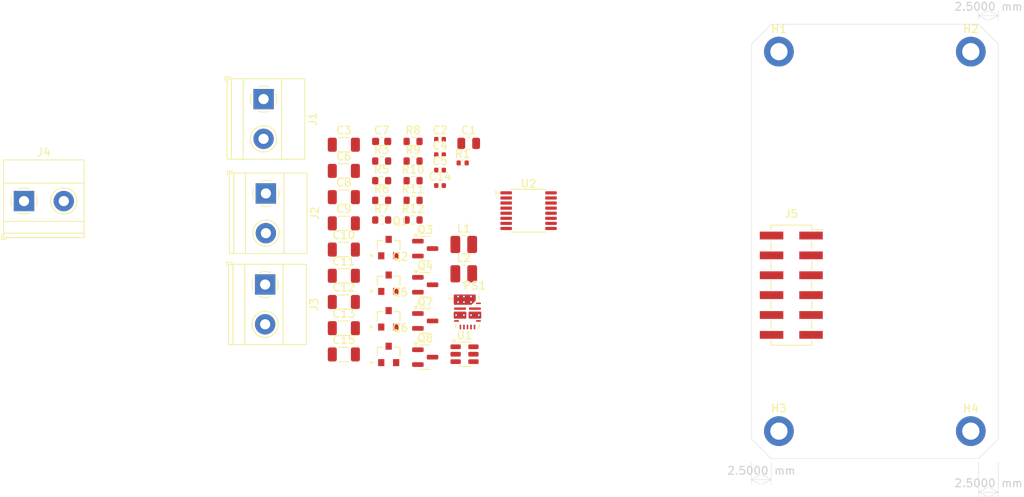
<source format=kicad_pcb>
(kicad_pcb (version 20241229) (generator "pcbnew") (generator_version "9.0")
  (layers (0 "F.Cu" signal) (2 "B.Cu" signal) (13 "F.Paste" user) (15 "B.Paste" user) (5 "F.SilkS" user "F.Silkscreen") (7 "B.SilkS" user "B.Silkscreen") (1 "F.Mask" user) (3 "B.Mask" user) (25 "Edge.Cuts" user))
  (net 0 "")
  (net 1 "+BATT")
  (net 2 "GND")
  (net 3 "FB")
  (net 4 "Net-(C2-Pad2)")
  (net 5 "+3.3V")
  (net 6 "Net-(U1-BST)")
  (net 7 "Net-(U1-SW)")
  (net 8 "Net-(C5-Pad2)")
  (net 9 "Net-(C5-Pad1)")
  (net 10 "Net-(PS1-VCC)")
  (net 11 "+5V")
  (net 12 "Net-(PS1-PG)")
  (net 13 "Net-(PS1-VBST)")
  (net 15 "Net-(PS1-FB)")
  (net 16 "Net-(Q1-G)")
  (net 17 "Net-(J1-Pin_2)")
  (net 18 "Net-(Q2-G)")
  (net 19 "Net-(J2-Pin_2)")
  (net 20 "Net-(Q3-D)")
  (net 21 "Net-(J4-Pin_2)")
  (net 22 "Net-(Q4-D)")
  (net 23 "/Peripherals/PYRO_3")
  (net 24 "Net-(Q5-G)")
  (net 25 "Net-(J3-Pin_2)")
  (net 26 "Net-(Q6-G)")
  (net 27 "Net-(Q7-D)")
  (net 29 "/Peripherals/SDA_PM")
  (net 30 "Net-(Q8-D)")
  (net 31 "/Peripherals/PYRO_2")
  (net 32 "/Peripherals/PYRO_1")
  (net 34 "/Peripherals/PYRO_4")
  (net 35 "/Peripherals/SCL_PM")
  (net 36 "/Pyro/PYRO_1")
  (net 37 "/Pyro/PYRO_3")
  (net 38 "/Pyro/PYRO_2")
  (net 39 "/Pyro/PYRO_4")
  (net 40 "Net-(U2-GND-Pad11)")
  (net 41 "Net-(U2-IN--Pad14)")
  (net 44 "Net-(U2-IN+-Pad1)")
  (footprint "Capacitor_SMD:C_1206_3216Metric" (layer "F.Cu") (at 74.0525 88.645)
    (property "Reference" "C6" (at 0 -1.85 0) (layer "F.SilkS"))
    (property "Value" "22uF")
    (pad "1" smd roundrect (at -1.475 0) (size 1.15 1.8) (layers "F.Cu" "F.Mask" "F.Paste") (roundrect_rratio 0.217391) (net 5 "+3.3V"))
    (pad "2" smd roundrect (at 1.475 0) (size 1.15 1.8) (layers "F.Cu" "F.Mask" "F.Paste") (roundrect_rratio 0.217391) (net 2 "GND"))
  )
  (footprint "Capacitor_SMD:C_0402_1005Metric" (layer "F.Cu") (at 86.3325 86.575)
    (property "Reference" "C4" (at 0 -1.16 0) (layer "F.SilkS"))
    (property "Value" "100nF")
    (pad "1" smd roundrect (at -0.48 0) (size 0.56 0.62) (layers "F.Cu" "F.Mask" "F.Paste") (net 7 "Net-(U1-SW)"))
    (pad "2" smd roundrect (at 0.48 0) (size 0.56 0.62) (layers "F.Cu" "F.Mask" "F.Paste") (net 6 "Net-(U1-BST)"))
  )
  (footprint "Connector_PinSocket_2.54mm:PinSocket_2x06_P2.54mm_Vertical_SMD" (layer "F.Cu") (at 131.18 103.25)
    (property "Reference" "J5" (at 0 -9.12 0) (layer "F.SilkS"))
    (property "Value" "Conn_02x06_Odd_Even")
    (pad "1" smd rect (at 2.52 -6.35) (size 3 1) (layers "F.Cu" "F.Mask" "F.Paste") (net 32 "/Peripherals/PYRO_1"))
    (pad "2" smd rect (at -2.52 -6.35) (size 3 1) (layers "F.Cu" "F.Mask" "F.Paste"))
    (pad "3" smd rect (at 2.52 -3.81) (size 3 1) (layers "F.Cu" "F.Mask" "F.Paste") (net 31 "/Peripherals/PYRO_2"))
    (pad "4" smd rect (at -2.52 -3.81) (size 3 1) (layers "F.Cu" "F.Mask" "F.Paste"))
    (pad "5" smd rect (at 2.52 -1.27) (size 3 1) (layers "F.Cu" "F.Mask" "F.Paste") (net 23 "/Peripherals/PYRO_3"))
    (pad "6" smd rect (at -2.52 -1.27) (size 3 1) (layers "F.Cu" "F.Mask" "F.Paste") (net 29 "/Peripherals/SDA_PM"))
    (pad "7" smd rect (at 2.52 1.27) (size 3 1) (layers "F.Cu" "F.Mask" "F.Paste") (net 34 "/Peripherals/PYRO_4"))
    (pad "8" smd rect (at -2.52 1.27) (size 3 1) (layers "F.Cu" "F.Mask" "F.Paste") (net 35 "/Peripherals/SCL_PM"))
    (pad "9" smd rect (at 2.52 3.81) (size 3 1) (layers "F.Cu" "F.Mask" "F.Paste") (net 5 "+3.3V"))
    (pad "10" smd rect (at -2.52 3.81) (size 3 1) (layers "F.Cu" "F.Mask" "F.Paste") (net 11 "+5V"))
    (pad "11" smd rect (at 2.52 6.35) (size 3 1) (layers "F.Cu" "F.Mask" "F.Paste") (net 2 "GND"))
    (pad "12" smd rect (at -2.52 6.35) (size 3 1) (layers "F.Cu" "F.Mask" "F.Paste") (net 2 "GND"))
  )
  (footprint "Resistor_SMD:R_0603_1608Metric" (layer "F.Cu") (at 78.8825 87.385)
    (property "Reference" "R3" (at 0 -1.43 0) (layer "F.SilkS"))
    (property "Value" "100k")
    (pad "1" smd roundrect (at -0.825 0) (size 0.8 0.95) (layers "F.Cu" "F.Mask" "F.Paste") (net 12 "Net-(PS1-PG)"))
    (pad "2" smd roundrect (at 0.825 0) (size 0.8 0.95) (layers "F.Cu" "F.Mask" "F.Paste") (net 10 "Net-(PS1-VCC)"))
  )
  (footprint "MountingHole:MountingHole_2.2mm_M2_DIN965_Pad" (layer "F.Cu") (at 154.1 73.4)
    (property "Reference" "H2" (at 0 -2.9 0) (layer "F.SilkS"))
    (property "Value" "MountingHole")
    (pad "1" thru_hole circle (at 0 0) (size 3.8 3.8) (drill 2.2) (layers "*.Cu" "*.Mask"))
  )
  (footprint "TerminalBlock_Phoenix:TerminalBlock_Phoenix_MKDS-1,5-2-5.08_1x02_P5.08mm_Horizontal" (layer "F.Cu") (at 63.805 79.465 -90)
    (property "Reference" "J1" (at 2.54 -6.26 90) (layer "F.SilkS"))
    (property "Value" "Conn_01x02")
    (pad "1" thru_hole rect (at 0 0 270) (size 2.6 2.6) (drill 1.3) (layers "*.Cu" "*.Mask") (net 2 "GND"))
    (pad "2" thru_hole circle (at 5.08 0 270) (size 2.6 2.6) (drill 1.3) (layers "*.Cu" "*.Mask") (net 17 "Net-(J1-Pin_2)"))
  )
  (footprint "Capacitor_SMD:C_1206_3216Metric" (layer "F.Cu") (at 74.0525 112.095)
    (property "Reference" "C15" (at 0 -1.85 0) (layer "F.SilkS"))
    (property "Value" "22uF")
    (pad "1" smd roundrect (at -1.475 0) (size 1.15 1.8) (layers "F.Cu" "F.Mask" "F.Paste") (roundrect_rratio 0.217391) (net 11 "+5V"))
    (pad "2" smd roundrect (at 1.475 0) (size 1.15 1.8) (layers "F.Cu" "F.Mask" "F.Paste") (roundrect_rratio 0.217391) (net 3 "FB"))
  )
  (footprint "MountingHole:MountingHole_2.2mm_M2_DIN965_Pad" (layer "F.Cu") (at 129.6 121.9)
    (property "Reference" "H3" (at 0 -2.9 0) (layer "F.SilkS"))
    (property "Value" "MountingHole")
    (pad "1" thru_hole circle (at 0 0) (size 3.8 3.8) (drill 2.2) (layers "*.Cu" "*.Mask"))
  )
  (footprint "Inductor_SMD:L_1008_2520Metric" (layer "F.Cu") (at 89.3625 98.045)
    (property "Reference" "L1" (at 0 -2.05 0) (layer "F.SilkS"))
    (property "Value" "4.7uH")
    (pad "1" smd roundrect (at -1.075 0) (size 1.25 2.2) (layers "F.Cu" "F.Mask" "F.Paste") (roundrect_rratio 0.2) (net 7 "Net-(U1-SW)"))
    (pad "2" smd roundrect (at 1.075 0) (size 1.25 2.2) (layers "F.Cu" "F.Mask" "F.Paste") (roundrect_rratio 0.2) (net 5 "+3.3V"))
  )
  (footprint "Capacitor_SMD:C_1206_3216Metric" (layer "F.Cu") (at 74.0525 98.695)
    (property "Reference" "C10" (at 0 -1.85 0) (layer "F.SilkS"))
    (property "Value" "22uF")
    (pad "1" smd roundrect (at -1.475 0) (size 1.15 1.8) (layers "F.Cu" "F.Mask" "F.Paste") (roundrect_rratio 0.217391) (net 1 "+BATT"))
    (pad "2" smd roundrect (at 1.475 0) (size 1.15 1.8) (layers "F.Cu" "F.Mask" "F.Paste") (roundrect_rratio 0.217391) (net 2 "GND"))
  )
  (footprint "Inductor_SMD:L_1008_2520Metric" (layer "F.Cu") (at 89.3625 101.795)
    (property "Reference" "L2" (at 0 -2.05 0) (layer "F.SilkS"))
    (property "Value" "1.5uH")
    (pad "1" smd roundrect (at -1.075 0) (size 1.25 2.2) (layers "F.Cu" "F.Mask" "F.Paste") (roundrect_rratio 0.2) (net 8 "Net-(C5-Pad2)"))
    (pad "2" smd roundrect (at 1.075 0) (size 1.25 2.2) (layers "F.Cu" "F.Mask" "F.Paste") (roundrect_rratio 0.2) (net 11 "+5V"))
  )
  (footprint "Resistor_SMD:R_0402_1005Metric" (layer "F.Cu") (at 89.2225 87.625)
    (property "Reference" "R1" (at 0 -1.17 0) (layer "F.SilkS"))
    (property "Value" "1k")
    (pad "1" smd roundrect (at -0.51 0) (size 0.54 0.64) (layers "F.Cu" "F.Mask" "F.Paste") (net 4 "Net-(C2-Pad2)"))
    (pad "2" smd roundrect (at 0.51 0) (size 0.54 0.64) (layers "F.Cu" "F.Mask" "F.Paste") (net 15 "Net-(PS1-FB)"))
  )
  (footprint "SSM3J328R:SOT95P240X88-3N" (layer "F.Cu") (at 79.7775 112.095)
    (property "Reference" "Q6" (at 1.475 -3.385 0) (layer "F.SilkS"))
    (property "Value" "SSM3J328R")
    (pad "1" smd rect (at -0.95 1.05) (size 0.8 0.9) (layers "F.Cu" "F.Mask" "F.Paste") (net 21 "Net-(J4-Pin_2)"))
    (pad "2" smd rect (at 0.95 1.05) (size 0.8 0.9) (layers "F.Cu" "F.Mask" "F.Paste") (net 26 "Net-(Q6-G)"))
    (pad "3" smd rect (at 0 -1.05) (size 0.8 0.9) (layers "F.Cu" "F.Mask" "F.Paste") (net 1 "+BATT"))
  )
  (footprint "MountingHole:MountingHole_2.2mm_M2_DIN965_Pad" (layer "F.Cu") (at 154.1 121.9)
    (property "Reference" "H4" (at 0 -2.9 0) (layer "F.SilkS"))
    (property "Value" "MountingHole")
    (pad "1" thru_hole circle (at 0 0) (size 3.8 3.8) (drill 2.2) (layers "*.Cu" "*.Mask"))
  )
  (footprint "Resistor_SMD:R_0603_1608Metric" (layer "F.Cu") (at 82.8925 92.405)
    (property "Reference" "R11" (at 0 -1.43 0) (layer "F.SilkS"))
    (property "Value" "100k")
    (pad "1" smd roundrect (at -0.825 0) (size 0.8 0.95) (layers "F.Cu" "F.Mask" "F.Paste") (net 24 "Net-(Q5-G)"))
    (pad "2" smd roundrect (at 0.825 0) (size 0.8 0.95) (layers "F.Cu" "F.Mask" "F.Paste") (net 27 "Net-(Q7-D)"))
  )
  (footprint "Resistor_SMD:R_0603_1608Metric" (layer "F.Cu") (at 78.8825 94.915)
    (property "Reference" "R7" (at 0 -1.43 0) (layer "F.SilkS"))
    (property "Value" "100k")
    (pad "1" smd roundrect (at -0.825 0) (size 0.8 0.95) (layers "F.Cu" "F.Mask" "F.Paste") (net 16 "Net-(Q1-G)"))
    (pad "2" smd roundrect (at 0.825 0) (size 0.8 0.95) (layers "F.Cu" "F.Mask" "F.Paste") (net 20 "Net-(Q3-D)"))
  )
  (footprint "Resistor_SMD:R_0603_1608Metric" (layer "F.Cu") (at 78.8825 92.405)
    (property "Reference" "R6" (at 0 -1.43 0) (layer "F.SilkS"))
    (property "Value" "100k")
    (pad "1" smd roundrect (at -0.825 0) (size 0.8 0.95) (layers "F.Cu" "F.Mask" "F.Paste") (net 1 "+BATT"))
    (pad "2" smd roundrect (at 0.825 0) (size 0.8 0.95) (layers "F.Cu" "F.Mask" "F.Paste") (net 18 "Net-(Q2-G)"))
  )
  (footprint "Package_TO_SOT_SMD:SOT-23" (layer "F.Cu") (at 84.4425 112.445)
    (property "Reference" "Q8" (at 0 -2.4 0) (layer "F.SilkS"))
    (property "Value" "L2N7002SLLT1G")
    (pad "1" smd roundrect (at -0.9375 -0.95) (size 1.475 0.6) (layers "F.Cu" "F.Mask" "F.Paste") (net 30 "Net-(Q8-D)"))
    (pad "2" smd roundrect (at -0.9375 0.95) (size 1.475 0.6) (layers "F.Cu" "F.Mask" "F.Paste") (net 39 "/Pyro/PYRO_4"))
    (pad "3" smd roundrect (at 0.9375 0) (size 1.475 0.6) (layers "F.Cu" "F.Mask" "F.Paste") (net 2 "GND"))
  )
  (footprint "TPS513885VABR:CONV_TPS513885VABR" (layer "F.Cu") (at 89.8375 106.695)
    (property "Reference" "PS1" (at 0.925 -3.385 0) (layer "F.SilkS"))
    (property "Value" "TPS513885VABR")
    (pad "1" smd custom (at -0.615 -1.6) (size 0.5 0.5) (layers "F.Cu") (net 1 "+BATT") (options (clearance outline) (anchor rect)) (primitives (gr_poly (pts (xy 1.63571 0.15) (xy 1.165 0.621) (xy 1.163 0.623) (xy 1.161 0.624) (xy 1.159 0.626) (xy 1.157 0.628) (xy 1.155 0.629) (xy 1.153 0.631) (xy 1.151 0.632) (xy 1.149 0.634) (xy 1.147 0.635) (xy 1.144 0.637) (xy 1.142 0.638) (xy 1.14 0.639) (xy 1.137 0.64) (xy 1.135 0.641) (xy 1.133 0.642) (xy 1.13 0.643) (xy 1.128 0.644) (xy 1.125 0.645) (xy 1.123 0.646) (xy 1.12 0.647) (xy 1.118 0.647) (xy 1.115 0.648) (xy 1.113 0.648) (xy 1.11 0.649) (xy 1.107 0.649) (xy 1.105 0.649) (xy 1.102 0.65) (xy 1.1 0.65) (xy 1.097 0.65) (xy 1.094 0.65) (xy -1.035 0.65) (xy -1.04 0.65) (xy -1.045 0.649) (xy -1.051 0.649) (xy -1.056 0.648) (xy -1.061 0.647) (xy -1.066 0.645) (xy -1.071 0.643) (xy -1.076 0.641) (xy -1.08 0.639) (xy -1.085 0.637) (xy -1.089 0.634) (xy -1.094 0.631) (xy -1.098 0.628) (xy -1.102 0.624) (xy -1.106 0.621) (xy -1.109 0.617) (xy -1.113 0.613) (xy -1.116 0.609) (xy -1.119 0.604) (xy -1.122 0.6) (xy -1.124 0.595) (xy -1.126 0.591) (xy -1.128 0.586) (xy -1.13 0.581) (xy -1.132 0.576) (xy -1.133 0.571) (xy -1.134 0.566) (xy -1.134 0.56) (xy -1.135 0.555) (xy -1.135 0.55) (xy -1.135 -0.55) (xy -1.135 -0.555) (xy -1.134 -0.56) (xy -1.134 -0.566) (xy -1.133 -0.571) (xy -1.132 -0.576) (xy -1.13 -0.581) (xy -1.128 -0.586) (xy -1.126 -0.591) (xy -1.124 -0.595) (xy -1.122 -0.6) (xy -1.119 -0.604) (xy -1.116 -0.609) (xy -1.113 -0.613) (xy -1.109 -0.617) (xy -1.106 -0.621) (xy -1.102 -0.624) (xy -1.098 -0.628) (xy -1.094 -0.631) (xy -1.089 -0.634) (xy -1.085 -0.637) (xy -1.08 -0.639) (xy -1.076 -0.641) (xy -1.071 -0.643) (xy -1.066 -0.645) (xy -1.061 -0.647) (xy -1.056 -0.648) (xy -1.051 -0.649) (xy -1.045 -0.649) (xy -1.04 -0.65) (xy -1.035 -0.65) (xy 1.565 -0.65) (xy 1.57 -0.65) (xy 1.575 -0.649) (xy 1.581 -0.649) (xy 1.586 -0.648) (xy 1.591 -0.647) (xy 1.596 -0.645) (xy 1.601 -0.643) (xy 1.606 -0.641) (xy 1.61 -0.639) (xy 1.615 -0.637) (xy 1.619 -0.634) (xy 1.624 -0.631) (xy 1.628 -0.628) (xy 1.632 -0.624) (xy 1.636 -0.621) (xy 1.639 -0.617) (xy 1.643 -0.613) (xy 1.646 -0.609) (xy 1.649 -0.604) (xy 1.652 -0.6) (xy 1.654 -0.595) (xy 1.656 -0.591) (xy 1.658 -0.586) (xy 1.66 -0.581) (xy 1.662 -0.576) (xy 1.663 -0.571) (xy 1.664 -0.566) (xy 1.664 -0.56) (xy 1.665 -0.555) (xy 1.665 -0.55) (xy 1.665 0.079) (xy 1.665 0.082) (xy 1.665 0.085) (xy 1.665 0.087) (xy 1.664 0.09) (xy 1.664 0.092) (xy 1.664 0.095) (xy 1.663 0.098) (xy 1.663 0.1) (xy 1.662 0.103) (xy 1.662 0.105) (xy 1.661 0.108) (xy 1.66 0.11) (xy 1.659 0.113) (xy 1.658 0.115) (xy 1.657 0.118) (xy 1.656 0.12) (xy 1.655 0.122) (xy 1.654 0.125) (xy 1.653 0.127) (xy 1.652 0.129) (xy 1.65 0.132) (xy 1.649 0.134) (xy 1.647 0.136) (xy 1.646 0.138) (xy 1.644 0.14) (xy 1.643 0.142) (xy 1.641 0.144) (xy 1.639 0.146) (xy 1.638 0.148) (xy 1.636 0.15) (xy 1.63571 0.15)) (width 0.01) (fill yes))))
    (pad "2" smd roundrect (at -0.95 -0.45) (size 1.5 0.3) (layers "F.Cu") (roundrect_rratio 0.165) (net 8 "Net-(C5-Pad2)"))
    (pad "3" smd custom (at -0.775 0.3775) (size 0.5 0.5) (layers "F.Cu") (net 2 "GND") (options (clearance outline) (anchor rect)) (primitives (gr_poly (pts (xy -0.875 0.4475) (xy 0.525 0.4475) (xy 0.53 0.4475) (xy 0.535 0.4465) (xy 0.541 0.4465) (xy 0.546 0.4455) (xy 0.551 0.4445) (xy 0.556 0.4425) (xy 0.561 0.4405) (xy 0.566 0.4385) (xy 0.57 0.4365) (xy 0.575 0.4345) (xy 0.579 0.4315) (xy 0.584 0.4285) (xy 0.588 0.4255) (xy 0.592 0.4215) (xy 0.596 0.4185) (xy 0.599 0.4145) (xy 0.603 0.4105) (xy 0.606 0.4065) (xy 0.609 0.4015) (xy 0.612 0.3975) (xy 0.614 0.3925) (xy 0.616 0.3885) (xy 0.618 0.3835) (xy 0.62 0.3785) (xy 0.622 0.3735) (xy 0.623 0.3685) (xy 0.624 0.3635) (xy 0.624 0.3575) (xy 0.625 0.3525) (xy 0.625 0.3475) (xy 0.625 -0.3475) (xy 0.625 -0.3525) (xy 0.624 -0.3575) (xy 0.624 -0.3635) (xy 0.623 -0.3685) (xy 0.622 -0.3735) (xy 0.62 -0.3785) (xy 0.618 -0.3835) (xy 0.616 -0.3885) (xy 0.614 -0.3925) (xy 0.612 -0.3975) (xy 0.609 -0.4015) (xy 0.606 -0.4065) (xy 0.603 -0.4105) (xy 0.599 -0.4145) (xy 0.596 -0.4185) (xy 0.592 -0.4215) (xy 0.588 -0.4255) (xy 0.584 -0.4285) (xy 0.579 -0.4315) (xy 0.575 -0.4345) (xy 0.57 -0.4365) (xy 0.566 -0.4385) (xy 0.561 -0.4405) (xy 0.556 -0.4425) (xy 0.551 -0.4445) (xy 0.546 -0.4455) (xy 0.541 -0.4465) (xy 0.535 -0.4465) (xy 0.53 -0.4475) (xy 0.525 -0.4475) (xy -0.875 -0.4475) (xy -0.88 -0.4475) (xy -0.885 -0.4465) (xy -0.891 -0.4465) (xy -0.896 -0.4455) (xy -0.901 -0.4445) (xy -0.906 -0.4425) (xy -0.911 -0.4405) (xy -0.916 -0.4385) (xy -0.92 -0.4365) (xy -0.925 -0.4345) (xy -0.929 -0.4315) (xy -0.934 -0.4285) (xy -0.938 -0.4255) (xy -0.942 -0.4215) (xy -0.946 -0.4185) (xy -0.949 -0.4145) (xy -0.953 -0.4105) (xy -0.956 -0.4065) (xy -0.959 -0.4015) (xy -0.962 -0.3975) (xy -0.964 -0.3925) (xy -0.966 -0.3885) (xy -0.968 -0.3835) (xy -0.97 -0.3785) (xy -0.972 -0.3735) (xy -0.973 -0.3685) (xy -0.974 -0.3635) (xy -0.974 -0.3575) (xy -0.975 -0.3525) (xy -0.975 -0.3475) (xy -0.975 0.3475) (xy -0.975 0.3525) (xy -0.974 0.3575) (xy -0.974 0.3635) (xy -0.973 0.3685) (xy -0.972 0.3735) (xy -0.97 0.3785) (xy -0.968 0.3835) (xy -0.966 0.3885) (xy -0.964 0.3925) (xy -0.962 0.3975) (xy -0.959 0.4015) (xy -0.956 0.4065) (xy -0.953 0.4105) (xy -0.949 0.4145) (xy -0.946 0.4185) (xy -0.942 0.4215) (xy -0.938 0.4255) (xy -0.934 0.4285) (xy -0.929 0.4315) (xy -0.925 0.4345) (xy -0.92 0.4365) (xy -0.916 0.4385) (xy -0.911 0.4405) (xy -0.906 0.4425) (xy -0.901 0.4445) (xy -0.896 0.4455) (xy -0.891 0.4465) (xy -0.885 0.4465) (xy -0.88 0.4475) (xy -0.875 0.4475)) (width 0.01) (fill yes))))
    (pad "4" smd roundrect (at -1.4 1.125) (size 0.6 0.2) (layers "F.Cu" "F.Paste") (net 12 "Net-(PS1-PG)"))
    (pad "5" smd roundrect (at -0.9 1.9) (size 0.2 0.6) (layers "F.Cu" "F.Paste") (net 5 "+3.3V"))
    (pad "6" smd roundrect (at -0.45 1.9) (size 0.2 0.6) (layers "F.Cu" "F.Paste") (net 5 "+3.3V"))
    (pad "7" smd roundrect (at 0 1.9) (size 0.2 0.6) (layers "F.Cu" "F.Paste") (net 15 "Net-(PS1-FB)"))
    (pad "8" smd roundrect (at 0.45 1.9) (size 0.2 0.6) (layers "F.Cu" "F.Paste") (net 3 "FB"))
    (pad "9" smd roundrect (at 0.9 1.9) (size 0.2 0.6) (layers "F.Cu" "F.Paste"))
    (pad "10" smd roundrect (at 1.4 1.125) (size 0.6 0.2) (layers "F.Cu" "F.Paste") (net 10 "Net-(PS1-VCC)"))
    (pad "11" smd custom (at 0.775 0.3775) (size 0.5 0.5) (layers "F.Cu") (net 2 "GND") (options (clearance outline) (anchor rect)) (primitives (gr_poly (pts (xy 0.975 -0.3475) (xy 0.975 0.3475) (xy 0.975 0.3525) (xy 0.974 0.3575) (xy 0.974 0.3635) (xy 0.973 0.3685) (xy 0.972 0.3735) (xy 0.97 0.3785) (xy 0.968 0.3835) (xy 0.966 0.3885) (xy 0.964 0.3925) (xy 0.962 0.3975) (xy 0.959 0.4015) (xy 0.956 0.4065) (xy 0.953 0.4105) (xy 0.949 0.4145) (xy 0.946 0.4185) (xy 0.942 0.4215) (xy 0.938 0.4255) (xy 0.934 0.4285) (xy 0.929 0.4315) (xy 0.925 0.4345) (xy 0.92 0.4365) (xy 0.916 0.4385) (xy 0.911 0.4405) (xy 0.906 0.4425) (xy 0.901 0.4445) (xy 0.896 0.4455) (xy 0.891 0.4465) (xy 0.885 0.4465) (xy 0.88 0.4475) (xy 0.875 0.4475) (xy -0.525 0.4475) (xy -0.53 0.4475) (xy -0.535 0.4465) (xy -0.541 0.4465) (xy -0.546 0.4455) (xy -0.551 0.4445) (xy -0.556 0.4425) (xy -0.561 0.4405) (xy -0.566 0.4385) (xy -0.57 0.4365) (xy -0.575 0.4345) (xy -0.579 0.4315) (xy -0.584 0.4285) (xy -0.588 0.4255) (xy -0.592 0.4215) (xy -0.596 0.4185) (xy -0.599 0.4145) (xy -0.603 0.4105) (xy -0.606 0.4065) (xy -0.609 0.4015) (xy -0.612 0.3975) (xy -0.614 0.3925) (xy -0.616 0.3885) (xy -0.618 0.3835) (xy -0.62 0.3785) (xy -0.622 0.3735) (xy -0.623 0.3685) (xy -0.624 0.3635) (xy -0.624 0.3575) (xy -0.625 0.3525) (xy -0.625 0.3475) (xy -0.625 -0.3475) (xy -0.625 -0.3525) (xy -0.624 -0.3575) (xy -0.624 -0.3635) (xy -0.623 -0.3685) (xy -0.622 -0.3735) (xy -0.62 -0.3785) (xy -0.618 -0.3835) (xy -0.616 -0.3885) (xy -0.614 -0.3925) (xy -0.612 -0.3975) (xy -0.609 -0.4015) (xy -0.606 -0.4065) (xy -0.603 -0.4105) (xy -0.599 -0.4145) (xy -0.596 -0.4185) (xy -0.592 -0.4215) (xy -0.588 -0.4255) (xy -0.584 -0.4285) (xy -0.579 -0.4315) (xy -0.575 -0.4345) (xy -0.57 -0.4365) (xy -0.566 -0.4385) (xy -0.561 -0.4405) (xy -0.556 -0.4425) (xy -0.551 -0.4445) (xy -0.546 -0.4455) (xy -0.541 -0.4465) (xy -0.535 -0.4465) (xy -0.53 -0.4475) (xy -0.525 -0.4475) (xy 0.875 -0.4475) (xy 0.88 -0.4475) (xy 0.885 -0.4465) (xy 0.891 -0.4465) (xy 0.896 -0.4455) (xy 0.901 -0.4445) (xy 0.906 -0.4425) (xy 0.911 -0.4405) (xy 0.916 -0.4385) (xy 0.92 -0.4365) (xy 0.925 -0.4345) (xy 0.929 -0.4315) (xy 0.934 -0.4285) (xy 0.938 -0.4255) (xy 0.942 -0.4215) (xy 0.946 -0.4185) (xy 0.949 -0.4145) (xy 0.953 -0.4105) (xy 0.956 -0.4065) (xy 0.959 -0.4015) (xy 0.962 -0.3975) (xy 0.964 -0.3925) (xy 0.966 -0.3885) (xy 0.968 -0.3835) (xy 0.97 -0.3785) (xy 0.972 -0.3735) (xy 0.973 -0.3685) (xy 0.974 -0.3635) (xy 0.974 -0.3575) (xy 0.975 -0.3525) (xy 0.975 -0.3475)) (width 0.01) (fill yes))))
    (pad "12" smd roundrect (at 0.95 -0.45) (size 1.5 0.3) (layers "F.Cu") (roundrect_rratio 0.165) (net 8 "Net-(C5-Pad2)"))
    (pad "13" smd roundrect (at 1.4 -1.125) (size 0.6 0.2) (layers "F.Cu" "F.Paste") (net 13 "Net-(PS1-VBST)"))
    (pad "14" thru_hole circle (at -1.2 -2) (size 0.3 0.3) (drill 0.2) (layers "*.Cu"))
    (pad "15" thru_hole circle (at -0.45 -2) (size 0.3 0.3) (drill 0.2) (layers "*.Cu"))
    (pad "16" thru_hole circle (at 0.45 -2) (size 0.3 0.3) (drill 0.2) (layers "*.Cu"))
    (pad "17" thru_hole circle (at -1.2 -1.3) (size 0.3 0.3) (drill 0.2) (layers "*.Cu"))
    (pad "18" thru_hole circle (at -0.45 -1.3) (size 0.3 0.3) (drill 0.2) (layers "*.Cu"))
    (pad "19" thru_hole circle (at 0.45 -1.3) (size 0.3 0.3) (drill 0.2) (layers "*.Cu"))
    (pad "20" thru_hole circle (at -1.45 0.377) (size 0.3 0.3) (drill 0.2) (layers "*.Cu"))
    (pad "21" thru_hole circle (at -0.45 0.377) (size 0.3 0.3) (drill 0.2) (layers "*.Cu"))
    (pad "22" thru_hole circle (at 0.45 0.377) (size 0.3 0.3) (drill 0.2) (layers "*.Cu"))
    (pad "23" thru_hole circle (at 1.45 0.377) (size 0.3 0.3) (drill 0.2) (layers "*.Cu"))
  )
  (footprint "Resistor_SMD:R_0603_1608Metric" (layer "F.Cu") (at 82.8925 89.895)
    (property "Reference" "R10" (at 0 -1.43 0) (layer "F.SilkS"))
    (property "Value" "100k")
    (pad "1" smd roundrect (at -0.825 0) (size 0.8 0.95) (layers "F.Cu" "F.Mask" "F.Paste") (net 1 "+BATT"))
    (pad "2" smd roundrect (at 0.825 0) (size 0.8 0.95) (layers "F.Cu" "F.Mask" "F.Paste") (net 26 "Net-(Q6-G)"))
  )
  (footprint "Resistor_SMD:R_0603_1608Metric" (layer "F.Cu") (at 78.8825 89.895)
    (property "Reference" "R5" (at 0 -1.43 0) (layer "F.SilkS"))
    (property "Value" "100k")
    (pad "1" smd roundrect (at -0.825 0) (size 0.8 0.95) (layers "F.Cu" "F.Mask" "F.Paste") (net 1 "+BATT"))
    (pad "2" smd roundrect (at 0.825 0) (size 0.8 0.95) (layers "F.Cu" "F.Mask" "F.Paste") (net 16 "Net-(Q1-G)"))
  )
  (footprint "Capacitor_SMD:C_1206_3216Metric" (layer "F.Cu") (at 74.0525 91.995)
    (property "Reference" "C8" (at 0 -1.85 0) (layer "F.SilkS"))
    (property "Value" "22uF")
    (pad "1" smd roundrect (at -1.475 0) (size 1.15 1.8) (layers "F.Cu" "F.Mask" "F.Paste") (roundrect_rratio 0.217391) (net 1 "+BATT"))
    (pad "2" smd roundrect (at 1.475 0) (size 1.15 1.8) (layers "F.Cu" "F.Mask" "F.Paste") (roundrect_rratio 0.217391) (net 2 "GND"))
  )
  (footprint "Capacitor_SMD:C_0402_1005Metric" (layer "F.Cu") (at 86.3325 84.605)
    (property "Reference" "C2" (at 0 -1.16 0) (layer "F.SilkS"))
    (property "Value" "470pF")
    (pad "1" smd roundrect (at -0.48 0) (size 0.56 0.62) (layers "F.Cu" "F.Mask" "F.Paste") (net 3 "FB"))
    (pad "2" smd roundrect (at 0.48 0) (size 0.56 0.62) (layers "F.Cu" "F.Mask" "F.Paste") (net 4 "Net-(C2-Pad2)"))
  )
  (footprint "SSM3J328R:SOT95P240X88-3N" (layer "F.Cu") (at 79.7775 102.995)
    (property "Reference" "Q2" (at 1.475 -3.385 0) (layer "F.SilkS"))
    (property "Value" "SSM3J328R")
    (pad "1" smd rect (at -0.95 1.05) (size 0.8 0.9) (layers "F.Cu" "F.Mask" "F.Paste") (net 19 "Net-(J2-Pin_2)"))
    (pad "2" smd rect (at 0.95 1.05) (size 0.8 0.9) (layers "F.Cu" "F.Mask" "F.Paste") (net 18 "Net-(Q2-G)"))
    (pad "3" smd rect (at 0 -1.05) (size 0.8 0.9) (layers "F.Cu" "F.Mask" "F.Paste") (net 1 "+BATT"))
  )
  (footprint "Package_TO_SOT_SMD:SOT-23" (layer "F.Cu") (at 84.4425 103.195)
    (property "Reference" "Q4" (at 0 -2.4 0) (layer "F.SilkS"))
    (property "Value" "L2N7002SLLT1G")
    (pad "1" smd roundrect (at -0.9375 -0.95) (size 1.475 0.6) (layers "F.Cu" "F.Mask" "F.Paste") (net 22 "Net-(Q4-D)"))
    (pad "2" smd roundrect (at -0.9375 0.95) (size 1.475 0.6) (layers "F.Cu" "F.Mask" "F.Paste") (net 37 "/Pyro/PYRO_3"))
    (pad "3" smd roundrect (at 0.9375 0) (size 1.475 0.6) (layers "F.Cu" "F.Mask" "F.Paste") (net 2 "GND"))
  )
  (footprint "Package_SO:TSSOP-16_4.4x5mm_P0.65mm" (layer "F.Cu") (at 97.6375 93.725)
    (property "Reference" "U2" (at 0 -3.45 0) (layer "F.SilkS"))
    (property "Value" "INA260")
    (pad "1" smd roundrect (at -2.8625 -2.275) (size 1.475 0.4) (layers "F.Cu" "F.Mask" "F.Paste") (net 44 "Net-(U2-IN+-Pad1)"))
    (pad "2" smd roundrect (at -2.8625 -1.625) (size 1.475 0.4) (layers "F.Cu" "F.Mask" "F.Paste") (net 44 "Net-(U2-IN+-Pad1)"))
    (pad "3" smd roundrect (at -2.8625 -0.975) (size 1.475 0.4) (layers "F.Cu" "F.Mask" "F.Paste") (net 44 "Net-(U2-IN+-Pad1)"))
    (pad "4" smd roundrect (at -2.8625 -0.325) (size 1.475 0.4) (layers "F.Cu" "F.Mask" "F.Paste"))
    (pad "5" smd roundrect (at -2.8625 0.325) (size 1.475 0.4) (layers "F.Cu" "F.Mask" "F.Paste"))
    (pad "6" smd roundrect (at -2.8625 0.975) (size 1.475 0.4) (layers "F.Cu" "F.Mask" "F.Paste") (net 40 "Net-(U2-GND-Pad11)"))
    (pad "7" smd roundrect (at -2.8625 1.625) (size 1.475 0.4) (layers "F.Cu" "F.Mask" "F.Paste"))
    (pad "8" smd roundrect (at -2.8625 2.275) (size 1.475 0.4) (layers "F.Cu" "F.Mask" "F.Paste"))
    (pad "9" smd roundrect (at 2.8625 2.275) (size 1.475 0.4) (layers "F.Cu" "F.Mask" "F.Paste"))
    (pad "10" smd roundrect (at 2.8625 1.625) (size 1.475 0.4) (layers "F.Cu" "F.Mask" "F.Paste"))
    (pad "11" smd roundrect (at 2.8625 0.975) (size 1.475 0.4) (layers "F.Cu" "F.Mask" "F.Paste") (net 40 "Net-(U2-GND-Pad11)"))
    (pad "12" smd roundrect (at 2.8625 0.325) (size 1.475 0.4) (layers "F.Cu" "F.Mask" "F.Paste"))
    (pad "13" smd roundrect (at 2.8625 -0.325) (size 1.475 0.4) (layers "F.Cu" "F.Mask" "F.Paste"))
    (pad "14" smd roundrect (at 2.8625 -0.975) (size 1.475 0.4) (layers "F.Cu" "F.Mask" "F.Paste") (net 41 "Net-(U2-IN--Pad14)"))
    (pad "15" smd roundrect (at 2.8625 -1.625) (size 1.475 0.4) (layers "F.Cu" "F.Mask" "F.Paste") (net 41 "Net-(U2-IN--Pad14)"))
    (pad "16" smd roundrect (at 2.8625 -2.275) (size 1.475 0.4) (layers "F.Cu" "F.Mask" "F.Paste") (net 41 "Net-(U2-IN--Pad14)"))
  )
  (footprint "Capacitor_SMD:C_1206_3216Metric" (layer "F.Cu") (at 74.0525 85.295)
    (property "Reference" "C3" (at 0 -1.85 0) (layer "F.SilkS"))
    (property "Value" "22uF")
    (pad "1" smd roundrect (at -1.475 0) (size 1.15 1.8) (layers "F.Cu" "F.Mask" "F.Paste") (roundrect_rratio 0.217391) (net 5 "+3.3V"))
    (pad "2" smd roundrect (at 1.475 0) (size 1.15 1.8) (layers "F.Cu" "F.Mask" "F.Paste") (roundrect_rratio 0.217391) (net 2 "GND"))
  )
  (footprint "Resistor_SMD:R_0603_1608Metric" (layer "F.Cu") (at 82.8925 94.915)
    (property "Reference" "R12" (at 0 -1.43 0) (layer "F.SilkS"))
    (property "Value" "100k")
    (pad "1" smd roundrect (at -0.825 0) (size 0.8 0.95) (layers "F.Cu" "F.Mask" "F.Paste") (net 26 "Net-(Q6-G)"))
    (pad "2" smd roundrect (at 0.825 0) (size 0.8 0.95) (layers "F.Cu" "F.Mask" "F.Paste") (net 30 "Net-(Q8-D)"))
  )
  (footprint "Capacitor_SMD:C_0805_2012Metric" (layer "F.Cu") (at 89.9925 85.125)
    (property "Reference" "C1" (at 0 -1.68 0) (layer "F.SilkS"))
    (property "Value" "10uF")
    (pad "1" smd roundrect (at -0.95 0) (size 1 1.45) (layers "F.Cu" "F.Mask" "F.Paste") (net 1 "+BATT"))
    (pad "2" smd roundrect (at 0.95 0) (size 1 1.45) (layers "F.Cu" "F.Mask" "F.Paste") (net 2 "GND"))
  )
  (footprint "SSM3J328R:SOT95P240X88-3N" (layer "F.Cu") (at 79.7775 107.545)
    (property "Reference" "Q5" (at 1.475 -3.385 0) (layer "F.SilkS"))
    (property "Value" "SSM3J328R")
    (pad "1" smd rect (at -0.95 1.05) (size 0.8 0.9) (layers "F.Cu" "F.Mask" "F.Paste") (net 25 "Net-(J3-Pin_2)"))
    (pad "2" smd rect (at 0.95 1.05) (size 0.8 0.9) (layers "F.Cu" "F.Mask" "F.Paste") (net 24 "Net-(Q5-G)"))
    (pad "3" smd rect (at 0 -1.05) (size 0.8 0.9) (layers "F.Cu" "F.Mask" "F.Paste") (net 1 "+BATT"))
  )
  (footprint "TerminalBlock_Phoenix:TerminalBlock_Phoenix_MKDS-1,5-2-5.08_1x02_P5.08mm_Horizontal" (layer "F.Cu") (at 64.005 103.165 -90)
    (property "Reference" "J3" (at 2.54 -6.26 90) (layer "F.SilkS"))
    (property "Value" "Conn_01x02")
    (pad "1" thru_hole rect (at 0 0 270) (size 2.6 2.6) (drill 1.3) (layers "*.Cu" "*.Mask") (net 2 "GND"))
    (pad "2" thru_hole circle (at 5.08 0 270) (size 2.6 2.6) (drill 1.3) (layers "*.Cu" "*.Mask") (net 25 "Net-(J3-Pin_2)"))
  )
  (footprint "Capacitor_SMD:C_0402_1005Metric" (layer "F.Cu") (at 86.3325 88.545)
    (property "Reference" "C5" (at 0 -1.16 0) (layer "F.SilkS"))
    (property "Value" "100nF")
    (pad "1" smd roundrect (at -0.48 0) (size 0.56 0.62) (layers "F.Cu" "F.Mask" "F.Paste") (net 9 "Net-(C5-Pad1)"))
    (pad "2" smd roundrect (at 0.48 0) (size 0.56 0.62) (layers "F.Cu" "F.Mask" "F.Paste") (net 8 "Net-(C5-Pad2)"))
  )
  (footprint "TerminalBlock_Phoenix:TerminalBlock_Phoenix_MKDS-1,5-2-5.08_1x02_P5.08mm_Horizontal" (layer "F.Cu") (at 64.1 91.52 -90)
    (property "Reference" "J2" (at 2.54 -6.26 90) (layer "F.SilkS"))
    (property "Value" "Conn_01x02")
    (pad "1" thru_hole rect (at 0 0 270) (size 2.6 2.6) (drill 1.3) (layers "*.Cu" "*.Mask") (net 2 "GND"))
    (pad "2" thru_hole circle (at 5.08 0 270) (size 2.6 2.6) (drill 1.3) (layers "*.Cu" "*.Mask") (net 19 "Net-(J2-Pin_2)"))
  )
  (footprint "Capacitor_SMD:C_1206_3216Metric" (layer "F.Cu") (at 74.0525 95.345)
    (property "Reference" "C9" (at 0 -1.85 0) (layer "F.SilkS"))
    (property "Value" "22uF")
    (pad "1" smd roundrect (at -1.475 0) (size 1.15 1.8) (layers "F.Cu" "F.Mask" "F.Paste") (roundrect_rratio 0.217391) (net 11 "+5V"))
    (pad "2" smd roundrect (at 1.475 0) (size 1.15 1.8) (layers "F.Cu" "F.Mask" "F.Paste") (roundrect_rratio 0.217391) (net 3 "FB"))
  )
  (footprint "Resistor_SMD:R_0603_1608Metric" (layer "F.Cu") (at 82.8925 84.875)
    (property "Reference" "R8" (at 0 -1.43 0) (layer "F.SilkS"))
    (property "Value" "100k")
    (pad "1" smd roundrect (at -0.825 0) (size 0.8 0.95) (layers "F.Cu" "F.Mask" "F.Paste") (net 18 "Net-(Q2-G)"))
    (pad "2" smd roundrect (at 0.825 0) (size 0.8 0.95) (layers "F.Cu" "F.Mask" "F.Paste") (net 22 "Net-(Q4-D)"))
  )
  (footprint "MountingHole:MountingHole_2.2mm_M2_DIN965_Pad" (layer "F.Cu") (at 129.6 73.4)
    (property "Reference" "H1" (at 0 -2.9 0) (layer "F.SilkS"))
    (property "Value" "MountingHole")
    (pad "1" thru_hole circle (at 0 0) (size 3.8 3.8) (drill 2.2) (layers "*.Cu" "*.Mask"))
  )
  (footprint "Capacitor_SMD:C_0402_1005Metric" (layer "F.Cu") (at 86.3325 90.515)
    (property "Reference" "C14" (at 0 -1.16 0) (layer "F.SilkS"))
    (property "Value" "100nF")
    (pad "1" smd roundrect (at -0.48 0) (size 0.56 0.62) (layers "F.Cu" "F.Mask" "F.Paste") (net 1 "+BATT"))
    (pad "2" smd roundrect (at 0.48 0) (size 0.56 0.62) (layers "F.Cu" "F.Mask" "F.Paste") (net 2 "GND"))
  )
  (footprint "SSM3J328R:SOT95P240X88-3N" (layer "F.Cu") (at 79.7775 98.445)
    (property "Reference" "Q1" (at 1.475 -3.385 0) (layer "F.SilkS"))
    (property "Value" "SSM3J328R")
    (pad "1" smd rect (at -0.95 1.05) (size 0.8 0.9) (layers "F.Cu" "F.Mask" "F.Paste") (net 17 "Net-(J1-Pin_2)"))
    (pad "2" smd rect (at 0.95 1.05) (size 0.8 0.9) (layers "F.Cu" "F.Mask" "F.Paste") (net 16 "Net-(Q1-G)"))
    (pad "3" smd rect (at 0 -1.05) (size 0.8 0.9) (layers "F.Cu" "F.Mask" "F.Paste") (net 1 "+BATT"))
  )
  (footprint "TerminalBlock_Phoenix:TerminalBlock_Phoenix_MKDS-1,5-2-5.08_1x02_P5.08mm_Horizontal" (layer "F.Cu") (at 33.22 92.5)
    (property "Reference" "J4" (at 2.54 -6.26 0) (layer "F.SilkS"))
    (property "Value" "Conn_01x02")
    (pad "1" thru_hole rect (at 0 0) (size 2.6 2.6) (drill 1.3) (layers "*.Cu" "*.Mask") (net 2 "GND"))
    (pad "2" thru_hole circle (at 5.08 0) (size 2.6 2.6) (drill 1.3) (layers "*.Cu" "*.Mask") (net 21 "Net-(J4-Pin_2)"))
  )
  (footprint "Capacitor_SMD:C_1206_3216Metric" (layer "F.Cu") (at 74.0525 108.745)
    (property "Reference" "C13" (at 0 -1.85 0) (layer "F.SilkS"))
    (property "Value" "22uF")
    (pad "1" smd roundrect (at -1.475 0) (size 1.15 1.8) (layers "F.Cu" "F.Mask" "F.Paste") (roundrect_rratio 0.217391) (net 11 "+5V"))
    (pad "2" smd roundrect (at 1.475 0) (size 1.15 1.8) (layers "F.Cu" "F.Mask" "F.Paste") (roundrect_rratio 0.217391) (net 3 "FB"))
  )
  (footprint "Package_TO_SOT_SMD:TSOT-23-6" (layer "F.Cu") (at 89.4625 112.07)
    (property "Reference" "U1" (at 0 -2.4 0) (layer "F.SilkS"))
    (property "Value" "AP63203WU")
    (pad "1" smd roundrect (at -1.1375 -0.95) (size 1.325 0.6) (layers "F.Cu" "F.Mask" "F.Paste") (net 5 "+3.3V"))
    (pad "2" smd roundrect (at -1.1375 0) (size 1.325 0.6) (layers "F.Cu" "F.Mask" "F.Paste") (net 1 "+BATT"))
    (pad "3" smd roundrect (at -1.1375 0.95) (size 1.325 0.6) (layers "F.Cu" "F.Mask" "F.Paste") (net 1 "+BATT"))
    (pad "4" smd roundrect (at 1.1375 0.95) (size 1.325 0.6) (layers "F.Cu" "F.Mask" "F.Paste") (net 2 "GND"))
    (pad "5" smd roundrect (at 1.1375 0) (size 1.325 0.6) (layers "F.Cu" "F.Mask" "F.Paste") (net 7 "Net-(U1-SW)"))
    (pad "6" smd roundrect (at 1.1375 -0.95) (size 1.325 0.6) (layers "F.Cu" "F.Mask" "F.Paste") (net 6 "Net-(U1-BST)"))
  )
  (footprint "Capacitor_SMD:C_1206_3216Metric" (layer "F.Cu") (at 74.0525 105.395)
    (property "Reference" "C12" (at 0 -1.85 0) (layer "F.SilkS"))
    (property "Value" "22uF")
    (pad "1" smd roundrect (at -1.475 0) (size 1.15 1.8) (layers "F.Cu" "F.Mask" "F.Paste") (roundrect_rratio 0.217391) (net 1 "+BATT"))
    (pad "2" smd roundrect (at 1.475 0) (size 1.15 1.8) (layers "F.Cu" "F.Mask" "F.Paste") (roundrect_rratio 0.217391) (net 2 "GND"))
  )
  (footprint "Resistor_SMD:R_0603_1608Metric" (layer "F.Cu") (at 82.8925 87.385)
    (property "Reference" "R9" (at 0 -1.43 0) (layer "F.SilkS"))
    (property "Value" "100k")
    (pad "1" smd roundrect (at -0.825 0) (size 0.8 0.95) (layers "F.Cu" "F.Mask" "F.Paste") (net 1 "+BATT"))
    (pad "2" smd roundrect (at 0.825 0) (size 0.8 0.95) (layers "F.Cu" "F.Mask" "F.Paste") (net 24 "Net-(Q5-G)"))
  )
  (footprint "Capacitor_SMD:C_0603_1608Metric" (layer "F.Cu") (at 78.8825 84.875)
    (property "Reference" "C7" (at 0 -1.43 0) (layer "F.SilkS"))
    (property "Value" "2.2uF")
    (pad "1" smd roundrect (at -0.775 0) (size 0.9 0.95) (layers "F.Cu" "F.Mask" "F.Paste") (net 2 "GND"))
    (pad "2" smd roundrect (at 0.775 0) (size 0.9 0.95) (layers "F.Cu" "F.Mask" "F.Paste") (net 10 "Net-(PS1-VCC)"))
  )
  (footprint "Package_TO_SOT_SMD:SOT-23" (layer "F.Cu") (at 84.4425 107.82)
    (property "Reference" "Q7" (at 0 -2.4 0) (layer "F.SilkS"))
    (property "Value" "L2N7002SLLT1G")
    (pad "1" smd roundrect (at -0.9375 -0.95) (size 1.475 0.6) (layers "F.Cu" "F.Mask" "F.Paste") (net 27 "Net-(Q7-D)"))
    (pad "2" smd roundrect (at -0.9375 0.95) (size 1.475 0.6) (layers "F.Cu" "F.Mask" "F.Paste") (net 38 "/Pyro/PYRO_2"))
    (pad "3" smd roundrect (at 0.9375 0) (size 1.475 0.6) (layers "F.Cu" "F.Mask" "F.Paste") (net 2 "GND"))
  )
  (footprint "Package_TO_SOT_SMD:SOT-23" (layer "F.Cu") (at 84.4425 98.57)
    (property "Reference" "Q3" (at 0 -2.4 0) (layer "F.SilkS"))
    (property "Value" "L2N7002SLLT1G")
    (pad "1" smd roundrect (at -0.9375 -0.95) (size 1.475 0.6) (layers "F.Cu" "F.Mask" "F.Paste") (net 20 "Net-(Q3-D)"))
    (pad "2" smd roundrect (at -0.9375 0.95) (size 1.475 0.6) (layers "F.Cu" "F.Mask" "F.Paste") (net 36 "/Pyro/PYRO_1"))
    (pad "3" smd roundrect (at 0.9375 0) (size 1.475 0.6) (layers "F.Cu" "F.Mask" "F.Paste") (net 2 "GND"))
  )
  (footprint "Capacitor_SMD:C_1206_3216Metric" (layer "F.Cu") (at 74.0525 102.045)
    (property "Reference" "C11" (at 0 -1.85 0) (layer "F.SilkS"))
    (property "Value" "22uF")
    (pad "1" smd roundrect (at -1.475 0) (size 1.15 1.8) (layers "F.Cu" "F.Mask" "F.Paste") (roundrect_rratio 0.217391) (net 11 "+5V"))
    (pad "2" smd roundrect (at 1.475 0) (size 1.15 1.8) (layers "F.Cu" "F.Mask" "F.Paste") (roundrect_rratio 0.217391) (net 3 "FB"))
  )
  (gr_line (start 126.1 122.9) (end 126.1 72.4) (stroke (width 0.05)) (layer "Edge.Cuts"))
  (gr_line (start 155.1 125.4) (end 157.6 122.9) (stroke (width 0.05)) (layer "Edge.Cuts"))
  (gr_line (start 157.6 72.4) (end 157.6 122.9) (stroke (width 0.05)) (layer "Edge.Cuts"))
  (gr_line (start 155.1 69.9) (end 157.6 72.4) (stroke (width 0.05)) (layer "Edge.Cuts"))
  (gr_line (start 128.6 69.9) (end 155.1 69.9) (stroke (width 0.05)) (layer "Edge.Cuts"))
  (gr_line (start 128.6 69.9) (end 126.1 72.4) (stroke (width 0.05)) (layer "Edge.Cuts"))
  (gr_line (start 155.1 125.4) (end 128.6 125.4) (stroke (width 0.05)) (layer "Edge.Cuts"))
  (gr_line (start 128.6 125.4) (end 126.1 122.9) (stroke (width 0.05)) (layer "Edge.Cuts"))
  (dimension (type aligned) (layer "Edge.Cuts") (pts (xy 126.1 125.4) (xy 128.6 125.4)) (height 2.7) (format (prefix "") (suffix "") (units 3) (units_format 1) (precision 4)) (style (thickness 0.05) (arrow_length 1.27) (text_position_mode 0) (arrow_direction outward) (extension_height 0.58642) (extension_offset 0.5) (keep_text_aligned yes)) (gr_text "2.5000 mm" (at 127.35 126.95 0) (layer "Edge.Cuts") (effects (font (size 1 1) (thickness 0.15)))))
  (dimension (type aligned) (layer "Edge.Cuts") (pts (xy 157.6 69.799999) (xy 155.1 69.799999)) (height 0.999999) (format (prefix "") (suffix "") (units 3) (units_format 1) (precision 4)) (style (thickness 0.05) (arrow_length 1.27) (text_position_mode 0) (arrow_direction outward) (extension_height 0.58642) (extension_offset 0.5) (keep_text_aligned yes)) (gr_text "2.5000 mm" (at 156.35 67.65 0) (layer "Edge.Cuts") (effects (font (size 1 1) (thickness 0.15)))))
  (dimension (type aligned) (layer "Edge.Cuts") (pts (xy 157.6 125.4) (xy 155.1 125.4)) (height -4.3) (format (prefix "") (suffix "") (units 3) (units_format 1) (precision 4)) (style (thickness 0.05) (arrow_length 1.27) (text_position_mode 0) (arrow_direction outward) (extension_height 0.58642) (extension_offset 0.5) (keep_text_aligned yes)) (gr_text "2.5000 mm" (at 156.35 128.55 0) (layer "Edge.Cuts") (effects (font (size 1 1) (thickness 0.15)))))
)
</source>
